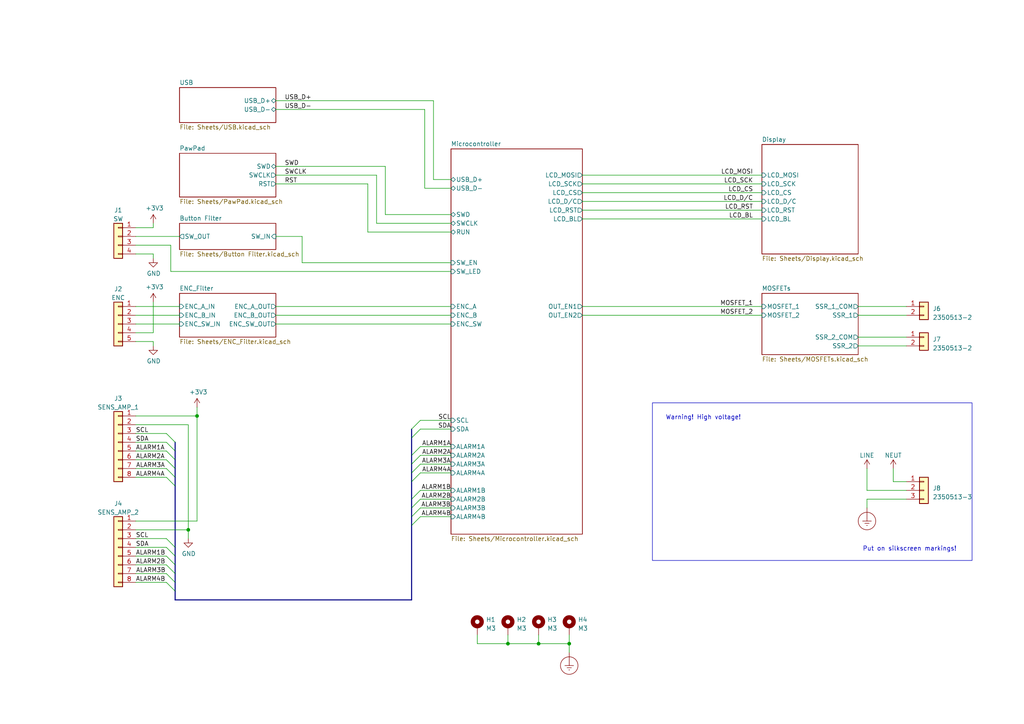
<source format=kicad_sch>
(kicad_sch (version 20230121) (generator eeschema)
  (paper "A4")
  (lib_symbols
    (symbol "Connector_Generic:Conn_01x02" (pin_names (offset 1.016) hide)
      (property "Reference" "J" (at 0 2.54 0))
      (property "Value" "Conn_01x02" (at 0 -5.08 0))
      (symbol "Conn_01x02_1_1"
        (rectangle (start -1.27 -2.413) (end 0 -2.667) (stroke (width 0.1524)))
        (rectangle (start -1.27 0.127) (end 0 -0.127) (stroke (width 0.1524)))
        (rectangle (start -1.27 1.27) (end 1.27 -3.81) (stroke (width 0.254)) (fill (type background)))
        (pin passive line (at -5.08 0 0) (length 3.81) (name "Pin_1") (number "1"))
        (pin passive line (at -5.08 -2.54 0) (length 3.81) (name "Pin_2") (number "2"))
      )
    )
    (symbol "Connector_Generic:Conn_01x03" (pin_names (offset 1.016) hide)
      (property "Reference" "J" (at 0 5.08 0))
      (property "Value" "Conn_01x03" (at 0 -5.08 0))
      (symbol "Conn_01x03_1_1"
        (rectangle (start -1.27 -2.413) (end 0 -2.667) (stroke (width 0.1524)))
        (rectangle (start -1.27 0.127) (end 0 -0.127) (stroke (width 0.1524)))
        (rectangle (start -1.27 2.667) (end 0 2.413) (stroke (width 0.1524)))
        (rectangle (start -1.27 3.81) (end 1.27 -3.81) (stroke (width 0.254)) (fill (type background)))
        (pin passive line (at -5.08 2.54 0) (length 3.81) (name "Pin_1") (number "1"))
        (pin passive line (at -5.08 0 0) (length 3.81) (name "Pin_2") (number "2"))
        (pin passive line (at -5.08 -2.54 0) (length 3.81) (name "Pin_3") (number "3"))
      )
    )
    (symbol "Connector_Generic:Conn_01x04" (pin_names (offset 1.016) hide)
      (property "Reference" "J" (at 0 5.08 0))
      (property "Value" "Conn_01x04" (at 0 -7.62 0))
      (symbol "Conn_01x04_1_1"
        (rectangle (start -1.27 -4.953) (end 0 -5.207) (stroke (width 0.1524)))
        (rectangle (start -1.27 -2.413) (end 0 -2.667) (stroke (width 0.1524)))
        (rectangle (start -1.27 0.127) (end 0 -0.127) (stroke (width 0.1524)))
        (rectangle (start -1.27 2.667) (end 0 2.413) (stroke (width 0.1524)))
        (rectangle (start -1.27 3.81) (end 1.27 -6.35) (stroke (width 0.254)) (fill (type background)))
        (pin passive line (at -5.08 2.54 0) (length 3.81) (name "Pin_1") (number "1"))
        (pin passive line (at -5.08 0 0) (length 3.81) (name "Pin_2") (number "2"))
        (pin passive line (at -5.08 -2.54 0) (length 3.81) (name "Pin_3") (number "3"))
        (pin passive line (at -5.08 -5.08 0) (length 3.81) (name "Pin_4") (number "4"))
      )
    )
    (symbol "Connector_Generic:Conn_01x05" (pin_names (offset 1.016) hide)
      (property "Reference" "J" (at 0 7.62 0))
      (property "Value" "Conn_01x05" (at 0 -7.62 0))
      (symbol "Conn_01x05_1_1"
        (rectangle (start -1.27 -4.953) (end 0 -5.207) (stroke (width 0.1524)))
        (rectangle (start -1.27 -2.413) (end 0 -2.667) (stroke (width 0.1524)))
        (rectangle (start -1.27 0.127) (end 0 -0.127) (stroke (width 0.1524)))
        (rectangle (start -1.27 2.667) (end 0 2.413) (stroke (width 0.1524)))
        (rectangle (start -1.27 5.207) (end 0 4.953) (stroke (width 0.1524)))
        (rectangle (start -1.27 6.35) (end 1.27 -6.35) (stroke (width 0.254)) (fill (type background)))
        (pin passive line (at -5.08 5.08 0) (length 3.81) (name "Pin_1") (number "1"))
        (pin passive line (at -5.08 2.54 0) (length 3.81) (name "Pin_2") (number "2"))
        (pin passive line (at -5.08 0 0) (length 3.81) (name "Pin_3") (number "3"))
        (pin passive line (at -5.08 -2.54 0) (length 3.81) (name "Pin_4") (number "4"))
        (pin passive line (at -5.08 -5.08 0) (length 3.81) (name "Pin_5") (number "5"))
      )
    )
    (symbol "Connector_Generic:Conn_01x08" (pin_names (offset 1.016) hide)
      (property "Reference" "J" (at 0 10.16 0))
      (property "Value" "Conn_01x08" (at 0 -12.7 0))
      (symbol "Conn_01x08_1_1"
        (rectangle (start -1.27 -10.033) (end 0 -10.287) (stroke (width 0.1524)))
        (rectangle (start -1.27 -7.493) (end 0 -7.747) (stroke (width 0.1524)))
        (rectangle (start -1.27 -4.953) (end 0 -5.207) (stroke (width 0.1524)))
        (rectangle (start -1.27 -2.413) (end 0 -2.667) (stroke (width 0.1524)))
        (rectangle (start -1.27 0.127) (end 0 -0.127) (stroke (width 0.1524)))
        (rectangle (start -1.27 2.667) (end 0 2.413) (stroke (width 0.1524)))
        (rectangle (start -1.27 5.207) (end 0 4.953) (stroke (width 0.1524)))
        (rectangle (start -1.27 7.747) (end 0 7.493) (stroke (width 0.1524)))
        (rectangle (start -1.27 8.89) (end 1.27 -11.43) (stroke (width 0.254)) (fill (type background)))
        (pin passive line (at -5.08 7.62 0) (length 3.81) (name "Pin_1") (number "1"))
        (pin passive line (at -5.08 5.08 0) (length 3.81) (name "Pin_2") (number "2"))
        (pin passive line (at -5.08 2.54 0) (length 3.81) (name "Pin_3") (number "3"))
        (pin passive line (at -5.08 0 0) (length 3.81) (name "Pin_4") (number "4"))
        (pin passive line (at -5.08 -2.54 0) (length 3.81) (name "Pin_5") (number "5"))
        (pin passive line (at -5.08 -5.08 0) (length 3.81) (name "Pin_6") (number "6"))
        (pin passive line (at -5.08 -7.62 0) (length 3.81) (name "Pin_7") (number "7"))
        (pin passive line (at -5.08 -10.16 0) (length 3.81) (name "Pin_8") (number "8"))
      )
    )
    (symbol "Mechanical:MountingHole_Pad" (pin_numbers hide) (pin_names (offset 1.016) hide)
      (property "Reference" "H" (at 0 6.35 0))
      (property "Value" "MountingHole_Pad" (at 0 4.445 0))
      (symbol "MountingHole_Pad_0_1"
        (circle (center 0 1.27) (radius 1.27) (stroke (width 1.27)))
      )
      (symbol "MountingHole_Pad_1_1"
        (pin input line (at 0 -2.54 90) (length 2.54) (name "1") (number "1"))
      )
    )
    (symbol "power:+3V3" (power) (pin_names (offset 0))
      (property "Value" "+3V3" (at 0 3.556 0))
      (symbol "+3V3_0_1"
        (polyline (pts (xy -0.762 1.27) (xy 0 2.54)))
        (polyline (pts (xy 0 0) (xy 0 2.54)))
        (polyline (pts (xy 0 2.54) (xy 0.762 1.27)))
      )
      (symbol "+3V3_1_1"
        (pin power_in line (at 0 0 90) (length 0) hide (name "+3V3") (number "1"))
      )
    )
    (symbol "power:Earth_Protective" (power) (pin_names (offset 0))
      (symbol "Earth_Protective_0_1"
        (circle (center 0 -3.81) (radius 2.54))
        (polyline (pts (xy -0.635 -4.445) (xy 0.635 -4.445)))
        (polyline (pts (xy -0.127 -5.08) (xy 0.127 -5.08)))
        (polyline (pts (xy 0 -3.81) (xy 0 0)))
        (polyline (pts (xy 1.27 -3.81) (xy -1.27 -3.81)))
      )
      (symbol "Earth_Protective_1_1"
        (pin power_in line (at 0 0 270) (length 0) hide (name "Earth_Protective") (number "1"))
      )
    )
    (symbol "power:GND" (power) (pin_names (offset 0))
      (property "Value" "GND" (at 0 -3.81 0))
      (symbol "GND_0_1"
        (polyline (pts (xy 0 0) (xy 0 -1.27) (xy 1.27 -1.27) (xy 0 -2.54) (xy -1.27 -1.27) (xy 0 -1.27)))
      )
      (symbol "GND_1_1"
        (pin power_in line (at 0 0 270) (length 0) hide (name "GND") (number "1"))
      )
    )
    (symbol "power:LINE" (power) (pin_names (offset 0))
      (property "Value" "LINE" (at 0 3.81 0))
      (symbol "LINE_0_1"
        (polyline (pts (xy -0.762 1.27) (xy 0 2.54)))
        (polyline (pts (xy 0 0) (xy 0 2.54)))
        (polyline (pts (xy 0 2.54) (xy 0.762 1.27)))
      )
      (symbol "LINE_1_1"
        (pin power_in line (at 0 0 90) (length 0) hide (name "LINE") (number "1"))
      )
    )
    (symbol "power:NEUT" (power) (pin_names (offset 0))
      (property "Value" "NEUT" (at 0 3.81 0))
      (symbol "NEUT_0_1"
        (polyline (pts (xy -0.762 1.27) (xy 0 2.54)))
        (polyline (pts (xy 0 0) (xy 0 2.54)))
        (polyline (pts (xy 0 2.54) (xy 0.762 1.27)))
      )
      (symbol "NEUT_1_1"
        (pin power_in line (at 0 0 90) (length 0) hide (name "NEUT") (number "1"))
      )
    )
  )
  (junction (at 57.15 120.65))
  (junction (at 165.1 186.69))
  (junction (at 147.32 186.69))
  (junction (at 156.21 186.69))
  (junction (at 54.61 153.67))
  (bus_entry (at 121.92 132.08) (size -2.54 2.54))
  (bus_entry (at 121.92 134.62) (size -2.54 2.54))
  (bus_entry (at 121.92 147.32) (size -2.54 2.54))
  (bus_entry (at 48.26 133.35) (size 2.54 2.54))
  (bus_entry (at 48.26 168.91) (size 2.54 2.54))
  (bus_entry (at 121.92 149.86) (size -2.54 2.54))
  (bus_entry (at 48.26 125.73) (size 2.54 2.54))
  (bus_entry (at 48.26 161.29) (size 2.54 2.54))
  (bus_entry (at 121.92 121.92) (size -2.54 2.54))
  (bus_entry (at 121.92 124.46) (size -2.54 2.54))
  (bus_entry (at 121.92 144.78) (size -2.54 2.54))
  (bus_entry (at 48.26 130.81) (size 2.54 2.54))
  (bus_entry (at 48.26 135.89) (size 2.54 2.54))
  (bus_entry (at 48.26 158.75) (size 2.54 2.54))
  (bus_entry (at 121.92 142.24) (size -2.54 2.54))
  (bus_entry (at 121.92 129.54) (size -2.54 2.54))
  (bus_entry (at 48.26 128.27) (size 2.54 2.54))
  (bus_entry (at 48.26 156.21) (size 2.54 2.54))
  (bus_entry (at 48.26 163.83) (size 2.54 2.54))
  (bus_entry (at 48.26 138.43) (size 2.54 2.54))
  (bus_entry (at 121.92 137.16) (size -2.54 2.54))
  (bus_entry (at 48.26 166.37) (size 2.54 2.54))
  (wire (pts (xy 39.37 88.9) (xy 52.07 88.9)))
  (bus (pts (xy 50.8 138.43) (xy 50.8 140.97)))
  (wire (pts (xy 168.91 60.96) (xy 220.98 60.96)))
  (wire (pts (xy 165.1 189.23) (xy 165.1 186.69)))
  (wire (pts (xy 80.01 91.44) (xy 130.81 91.44)))
  (bus (pts (xy 50.8 161.29) (xy 50.8 163.83)))
  (wire (pts (xy 248.92 88.9) (xy 262.89 88.9)))
  (wire (pts (xy 123.19 54.61) (xy 130.81 54.61)))
  (wire (pts (xy 80.01 88.9) (xy 130.81 88.9)))
  (wire (pts (xy 109.22 64.77) (xy 109.22 50.8)))
  (wire (pts (xy 87.63 76.2) (xy 87.63 68.58)))
  (bus (pts (xy 119.38 147.32) (xy 119.38 149.86)))
  (wire (pts (xy 130.81 142.24) (xy 121.92 142.24)))
  (wire (pts (xy 39.37 166.37) (xy 48.26 166.37)))
  (bus (pts (xy 119.38 137.16) (xy 119.38 139.7)))
  (bus (pts (xy 119.38 124.46) (xy 119.38 127)))
  (bus (pts (xy 50.8 163.83) (xy 50.8 166.37)))
  (wire (pts (xy 168.91 88.9) (xy 220.98 88.9)))
  (wire (pts (xy 165.1 186.69) (xy 156.21 186.69)))
  (wire (pts (xy 130.81 62.23) (xy 111.76 62.23)))
  (bus (pts (xy 50.8 128.27) (xy 50.8 130.81)))
  (wire (pts (xy 80.01 31.75) (xy 123.19 31.75)))
  (wire (pts (xy 130.81 129.54) (xy 121.92 129.54)))
  (wire (pts (xy 54.61 123.19) (xy 54.61 153.67)))
  (wire (pts (xy 123.19 31.75) (xy 123.19 54.61)))
  (wire (pts (xy 251.46 144.78) (xy 262.89 144.78)))
  (wire (pts (xy 44.45 96.52) (xy 39.37 96.52)))
  (wire (pts (xy 130.81 121.92) (xy 121.92 121.92)))
  (bus (pts (xy 119.38 132.08) (xy 119.38 134.62)))
  (wire (pts (xy 251.46 147.32) (xy 251.46 144.78)))
  (wire (pts (xy 49.53 71.12) (xy 49.53 78.74)))
  (bus (pts (xy 50.8 166.37) (xy 50.8 168.91)))
  (wire (pts (xy 80.01 68.58) (xy 87.63 68.58)))
  (bus (pts (xy 119.38 173.99) (xy 119.38 152.4)))
  (wire (pts (xy 80.01 50.8) (xy 109.22 50.8)))
  (bus (pts (xy 50.8 168.91) (xy 50.8 171.45)))
  (wire (pts (xy 44.45 74.93) (xy 44.45 73.66)))
  (wire (pts (xy 80.01 53.34) (xy 106.68 53.34)))
  (wire (pts (xy 106.68 67.31) (xy 106.68 53.34)))
  (wire (pts (xy 130.81 144.78) (xy 121.92 144.78)))
  (wire (pts (xy 80.01 29.21) (xy 125.73 29.21)))
  (bus (pts (xy 50.8 130.81) (xy 50.8 133.35)))
  (wire (pts (xy 39.37 151.13) (xy 57.15 151.13)))
  (wire (pts (xy 39.37 168.91) (xy 48.26 168.91)))
  (wire (pts (xy 168.91 63.5) (xy 220.98 63.5)))
  (bus (pts (xy 50.8 133.35) (xy 50.8 135.89)))
  (wire (pts (xy 39.37 71.12) (xy 49.53 71.12)))
  (wire (pts (xy 39.37 125.73) (xy 48.26 125.73)))
  (wire (pts (xy 39.37 156.21) (xy 48.26 156.21)))
  (wire (pts (xy 39.37 161.29) (xy 48.26 161.29)))
  (wire (pts (xy 39.37 153.67) (xy 54.61 153.67)))
  (wire (pts (xy 39.37 123.19) (xy 54.61 123.19)))
  (wire (pts (xy 54.61 153.67) (xy 54.61 156.21)))
  (wire (pts (xy 57.15 120.65) (xy 57.15 151.13)))
  (bus (pts (xy 119.38 144.78) (xy 119.38 147.32)))
  (wire (pts (xy 44.45 73.66) (xy 39.37 73.66)))
  (wire (pts (xy 111.76 62.23) (xy 111.76 48.26)))
  (wire (pts (xy 130.81 134.62) (xy 121.92 134.62)))
  (wire (pts (xy 262.89 139.7) (xy 259.08 139.7)))
  (bus (pts (xy 50.8 173.99) (xy 119.38 173.99)))
  (wire (pts (xy 39.37 91.44) (xy 52.07 91.44)))
  (wire (pts (xy 147.32 184.15) (xy 147.32 186.69)))
  (wire (pts (xy 44.45 64.77) (xy 44.45 66.04)))
  (bus (pts (xy 50.8 135.89) (xy 50.8 138.43)))
  (wire (pts (xy 130.81 124.46) (xy 121.92 124.46)))
  (wire (pts (xy 138.43 186.69) (xy 138.43 184.15)))
  (wire (pts (xy 39.37 68.58) (xy 52.07 68.58)))
  (wire (pts (xy 80.01 48.26) (xy 111.76 48.26)))
  (bus (pts (xy 119.38 149.86) (xy 119.38 152.4)))
  (wire (pts (xy 130.81 147.32) (xy 121.92 147.32)))
  (wire (pts (xy 248.92 97.79) (xy 262.89 97.79)))
  (wire (pts (xy 80.01 93.98) (xy 130.81 93.98)))
  (wire (pts (xy 147.32 186.69) (xy 138.43 186.69)))
  (wire (pts (xy 130.81 67.31) (xy 106.68 67.31)))
  (wire (pts (xy 130.81 52.07) (xy 125.73 52.07)))
  (wire (pts (xy 165.1 184.15) (xy 165.1 186.69)))
  (wire (pts (xy 168.91 55.88) (xy 220.98 55.88)))
  (wire (pts (xy 248.92 100.33) (xy 262.89 100.33)))
  (wire (pts (xy 57.15 118.11) (xy 57.15 120.65)))
  (wire (pts (xy 44.45 87.63) (xy 44.45 96.52)))
  (wire (pts (xy 39.37 138.43) (xy 48.26 138.43)))
  (wire (pts (xy 130.81 132.08) (xy 121.92 132.08)))
  (bus (pts (xy 119.38 127) (xy 119.38 132.08)))
  (wire (pts (xy 168.91 58.42) (xy 220.98 58.42)))
  (wire (pts (xy 39.37 120.65) (xy 57.15 120.65)))
  (wire (pts (xy 168.91 53.34) (xy 220.98 53.34)))
  (bus (pts (xy 50.8 171.45) (xy 50.8 173.99)))
  (wire (pts (xy 39.37 93.98) (xy 52.07 93.98)))
  (wire (pts (xy 251.46 142.24) (xy 251.46 135.89)))
  (wire (pts (xy 156.21 184.15) (xy 156.21 186.69)))
  (bus (pts (xy 50.8 158.75) (xy 50.8 161.29)))
  (wire (pts (xy 39.37 133.35) (xy 48.26 133.35)))
  (wire (pts (xy 39.37 128.27) (xy 48.26 128.27)))
  (wire (pts (xy 49.53 78.74) (xy 130.81 78.74)))
  (wire (pts (xy 44.45 99.06) (xy 44.45 100.33)))
  (wire (pts (xy 156.21 186.69) (xy 147.32 186.69)))
  (wire (pts (xy 259.08 139.7) (xy 259.08 135.89)))
  (wire (pts (xy 44.45 66.04) (xy 39.37 66.04)))
  (wire (pts (xy 39.37 163.83) (xy 48.26 163.83)))
  (wire (pts (xy 262.89 142.24) (xy 251.46 142.24)))
  (wire (pts (xy 168.91 50.8) (xy 220.98 50.8)))
  (wire (pts (xy 39.37 99.06) (xy 44.45 99.06)))
  (wire (pts (xy 130.81 137.16) (xy 121.92 137.16)))
  (bus (pts (xy 119.38 139.7) (xy 119.38 144.78)))
  (bus (pts (xy 50.8 140.97) (xy 50.8 158.75)))
  (wire (pts (xy 39.37 130.81) (xy 48.26 130.81)))
  (wire (pts (xy 39.37 135.89) (xy 48.26 135.89)))
  (bus (pts (xy 119.38 134.62) (xy 119.38 137.16)))
  (wire (pts (xy 130.81 149.86) (xy 121.92 149.86)))
  (wire (pts (xy 39.37 158.75) (xy 48.26 158.75)))
  (wire (pts (xy 130.81 64.77) (xy 109.22 64.77)))
  (wire (pts (xy 248.92 91.44) (xy 262.89 91.44)))
  (wire (pts (xy 168.91 91.44) (xy 220.98 91.44)))
  (wire (pts (xy 125.73 52.07) (xy 125.73 29.21)))
  (wire (pts (xy 130.81 76.2) (xy 87.63 76.2)))
  (rectangle (start 189.23 116.84) (end 281.94 162.56))
  (text "Put on silkscreen markings!" (at 250.19 160.02 0) (effects (font (size 1.27 1.27)) (justify left bottom)))
  (text "Warning! High voltage!" (at 193.04 121.92 0) (effects (font (size 1.27 1.27)) (justify left bottom)))
  (label "SDA" (at 39.37 128.27 0))
  (label "ALARM3A" (at 39.4305 135.89 0))
  (label "SCL" (at 130.81 121.92 180))
  (label "ALARM1A" (at 39.37 130.81 0))
  (label "ALARM2B" (at 130.81 144.78 180))
  (label "SCL" (at 39.37 156.21 0))
  (label "ALARM3B" (at 39.4305 166.37 0))
  (label "LCD_MOSI" (at 218.44 50.8 180))
  (label "LCD_SCK" (at 218.44 53.34 180))
  (label "ALARM3A" (at 130.7495 134.62 180))
  (label "LCD_D{slash}C" (at 218.44 58.42 180))
  (label "ALARM4B" (at 130.81 149.86 180))
  (label "SDA" (at 130.81 124.46 180))
  (label "MOSFET_1" (at 218.44 88.9 180))
  (label "SWD" (at 82.55 48.26 0))
  (label "LCD_CS" (at 218.44 55.88 180))
  (label "ALARM2B" (at 39.37 163.83 0))
  (label "SCL" (at 39.37 125.73 0))
  (label "RST" (at 82.55 53.34 0))
  (label "SWCLK" (at 82.55 50.8 0))
  (label "USB_D-" (at 82.55 31.75 0))
  (label "ALARM2A" (at 130.81 132.08 180))
  (label "ALARM1A" (at 130.81 129.54 180))
  (label "ALARM1B" (at 39.37 161.29 0))
  (label "ALARM1B" (at 130.81 142.24 180))
  (label "ALARM3B" (at 130.7495 147.32 180))
  (label "ALARM4B" (at 39.37 168.91 0))
  (label "ALARM4A" (at 130.81 137.16 180))
  (label "SDA" (at 39.37 158.75 0))
  (label "USB_D+" (at 82.55 29.21 0))
  (label "ALARM2A" (at 39.37 133.35 0))
  (label "LCD_RST" (at 218.44 60.96 180))
  (label "ALARM4A" (at 39.37 138.43 0))
  (label "LCD_BL" (at 218.44 63.5 180))
  (label "MOSFET_2" (at 218.44 91.44 180))
  (symbol (lib_id "Connector_Generic:Conn_01x04") (at 34.29 68.58 0) (mirror y) (unit 1)
    (property "Reference" "J1" (at 34.29 60.96 0))
    (property "Value" "SW" (at 34.29 63.5 0))
  )
  (symbol (lib_id "Mechanical:MountingHole_Pad") (at 156.21 181.61 0) (unit 1)
    (property "Reference" "H3" (at 158.75 179.705 0) (effects (justify left)))
    (property "Value" "M3" (at 158.75 182.245 0) (effects (justify left)))
  )
  (symbol (lib_id "Connector_Generic:Conn_01x05") (at 34.29 93.98 0) (mirror y) (unit 1)
    (property "Reference" "J2" (at 34.29 83.82 0))
    (property "Value" "ENC" (at 34.29 86.36 0))
  )
  (symbol (lib_id "Mechanical:MountingHole_Pad") (at 147.32 181.61 0) (unit 1)
    (property "Reference" "H2" (at 149.86 179.705 0) (effects (justify left)))
    (property "Value" "M3" (at 149.86 182.245 0) (effects (justify left)))
  )
  (symbol (lib_id "power:NEUT") (at 259.08 135.89 0) (unit 1)
    (property "Reference" "#PWR049" (effects hide))
    (property "Value" "NEUT" (at 259.08 132.08 0))
  )
  (symbol (lib_id "Connector_Generic:Conn_01x08") (at 34.29 158.75 0) (mirror y) (unit 1)
    (property "Reference" "J4" (at 34.29 146.05 0))
    (property "Value" "SENS_AMP_2" (at 34.29 148.59 0))
  )
  (symbol (lib_id "Connector_Generic:Conn_01x03") (at 267.97 142.24 0) (unit 1)
    (property "Reference" "J8" (at 270.51 141.605 0) (effects (justify left)))
    (property "Value" "2350513-3" (at 270.51 144.145 0) (effects (justify left)))
  )
  (symbol (lib_id "Connector_Generic:Conn_01x02") (at 267.97 97.79 0) (unit 1)
    (property "Reference" "J7" (at 270.51 98.425 0) (effects (justify left)))
    (property "Value" "2350513-2" (at 270.51 100.965 0) (effects (justify left)))
  )
  (symbol (lib_id "power:GND") (at 54.61 156.21 0) (unit 1)
    (property "Reference" "#PWR05" (effects hide))
    (property "Value" "GND" (at 54.737 160.6042 0))
  )
  (symbol (lib_id "power:+3V3") (at 44.45 64.77 0) (unit 1)
    (property "Reference" "#PWR01" (effects hide))
    (property "Value" "+3V3" (at 44.831 60.3758 0))
  )
  (symbol (lib_id "Mechanical:MountingHole_Pad") (at 138.43 181.61 0) (unit 1)
    (property "Reference" "H1" (at 140.97 179.705 0) (effects (justify left)))
    (property "Value" "M3" (at 140.97 182.245 0) (effects (justify left)))
  )
  (symbol (lib_id "power:+3V3") (at 44.45 87.63 0) (unit 1)
    (property "Reference" "#PWR03" (effects hide))
    (property "Value" "+3V3" (at 44.831 83.2358 0))
  )
  (symbol (lib_id "power:GND") (at 44.45 100.33 0) (unit 1)
    (property "Reference" "#PWR04" (effects hide))
    (property "Value" "GND" (at 44.577 104.7242 0))
  )
  (symbol (lib_id "power:+3V3") (at 57.15 118.11 0) (unit 1)
    (property "Reference" "#PWR06" (effects hide))
    (property "Value" "+3V3" (at 57.531 113.7158 0))
  )
  (symbol (lib_id "power:Earth_Protective") (at 165.1 189.23 0) (unit 1)
    (property "Reference" "#PWR051" (effects hide))
    (property "Value" "Earth_Protective" (effects hide))
  )
  (symbol (lib_id "power:LINE") (at 251.46 135.89 0) (unit 1)
    (property "Reference" "#PWR048" (effects hide))
    (property "Value" "LINE" (at 251.46 132.08 0))
  )
  (symbol (lib_id "Connector_Generic:Conn_01x08") (at 34.29 128.27 0) (mirror y) (unit 1)
    (property "Reference" "J3" (at 34.29 115.57 0))
    (property "Value" "SENS_AMP_1" (at 34.29 118.11 0))
  )
  (symbol (lib_id "power:Earth_Protective") (at 251.46 147.32 0) (unit 1)
    (property "Reference" "#PWR047" (effects hide))
    (property "Value" "Earth_Protective" (effects hide))
  )
  (symbol (lib_id "power:GND") (at 44.45 74.93 0) (unit 1)
    (property "Reference" "#PWR02" (effects hide))
    (property "Value" "GND" (at 44.577 79.3242 0))
  )
  (symbol (lib_id "Connector_Generic:Conn_01x02") (at 267.97 88.9 0) (unit 1)
    (property "Reference" "J6" (at 270.51 89.535 0) (effects (justify left)))
    (property "Value" "2350513-2" (at 270.51 92.075 0) (effects (justify left)))
  )
  (symbol (lib_id "Mechanical:MountingHole_Pad") (at 165.1 181.61 0) (unit 1)
    (property "Reference" "H4" (at 167.64 179.705 0) (effects (justify left)))
    (property "Value" "M3" (at 167.64 182.245 0) (effects (justify left)))
  )
  (sheet (at 52.07 85.09) (size 27.94 12.7) (stroke (width 0.1524))
    (property "Sheetname" "ENC_Filter" (at 52.07 84.3784 0) (effects (justify left bottom)))
    (property "Sheetfile" "Sheets/ENC_Filter.kicad_sch" (at 52.07 98.3746 0) (effects (justify left top)))
    (pin "ENC_SW_OUT" output (at 80.01 93.98 0))
    (pin "ENC_B_OUT" output (at 80.01 91.44 0))
    (pin "ENC_A_OUT" output (at 80.01 88.9 0))
    (pin "ENC_B_IN" input (at 52.07 91.44 180))
    (pin "ENC_SW_IN" input (at 52.07 93.98 180))
    (pin "ENC_A_IN" input (at 52.07 88.9 180))
  )
  (sheet (at 52.07 25.4) (size 27.94 10.16) (stroke (width 0.1524))
    (property "Sheetname" "USB" (at 52.07 24.6884 0) (effects (justify left bottom)))
    (property "Sheetfile" "Sheets/USB.kicad_sch" (at 52.07 36.1446 0) (effects (justify left top)))
    (pin "USB_D-" bidirectional (at 80.01 31.75 0))
    (pin "USB_D+" bidirectional (at 80.01 29.21 0))
  )
  (sheet (at 220.98 41.91) (size 27.94 31.75) (stroke (width 0.1524))
    (property "Sheetname" "Display" (at 220.98 41.1984 0) (effects (justify left bottom)))
    (property "Sheetfile" "Sheets/Display.kicad_sch" (at 220.98 74.2446 0) (effects (justify left top)))
    (pin "LCD_BL" input (at 220.98 63.5 180))
    (pin "LCD_RST" input (at 220.98 60.96 180))
    (pin "LCD_MOSI" input (at 220.98 50.8 180))
    (pin "LCD_SCK" input (at 220.98 53.34 180))
    (pin "LCD_CS" input (at 220.98 55.88 180))
    (pin "LCD_D{slash}C" input (at 220.98 58.42 180))
  )
  (sheet (at 220.98 85.09) (size 27.94 17.78) (stroke (width 0.1524))
    (property "Sheetname" "MOSFETs" (at 220.98 84.3784 0) (effects (justify left bottom)))
    (property "Sheetfile" "Sheets/MOSFETs.kicad_sch" (at 220.98 103.4546 0) (effects (justify left top)))
    (pin "MOSFET_1" input (at 220.98 88.9 180))
    (pin "MOSFET_2" input (at 220.98 91.44 180))
    (pin "SSR_1" output (at 248.92 91.44 0))
    (pin "SSR_2" output (at 248.92 100.33 0))
    (pin "SSR_1_COM" output (at 248.92 88.9 0))
    (pin "SSR_2_COM" output (at 248.92 97.79 0))
  )
  (sheet (at 130.81 43.18) (size 38.1 111.76) (stroke (width 0.1524))
    (property "Sheetname" "Microcontroller" (at 130.81 42.4684 0) (effects (justify left bottom)))
    (property "Sheetfile" "Sheets/Microcontroller.kicad_sch" (at 130.81 155.5246 0) (effects (justify left top)))
    (pin "RUN" bidirectional (at 130.81 67.31 180))
    (pin "ENC_A" input (at 130.81 88.9 180))
    (pin "SW_EN" input (at 130.81 76.2 180))
    (pin "ENC_B" input (at 130.81 91.44 180))
    (pin "SWD" bidirectional (at 130.81 62.23 180))
    (pin "SWCLK" bidirectional (at 130.81 64.77 180))
    (pin "USB_D+" bidirectional (at 130.81 52.07 180))
    (pin "USB_D-" bidirectional (at 130.81 54.61 180))
    (pin "LCD_RST" output (at 168.91 60.96 0))
    (pin "LCD_SCK" output (at 168.91 53.34 0))
    (pin "LCD_MOSI" output (at 168.91 50.8 0))
    (pin "LCD_D{slash}C" output (at 168.91 58.42 0))
    (pin "LCD_CS" output (at 168.91 55.88 0))
    (pin "LCD_BL" output (at 168.91 63.5 0))
    (pin "SW_LED" input (at 130.81 78.74 180))
    (pin "ENC_SW" input (at 130.81 93.98 180))
    (pin "OUT_EN1" output (at 168.91 88.9 0))
    (pin "OUT_EN2" output (at 168.91 91.44 0))
    (pin "ALARM3A" input (at 130.81 134.62 180))
    (pin "ALARM4A" input (at 130.81 137.16 180))
    (pin "ALARM1A" input (at 130.81 129.54 180))
    (pin "SCL" input (at 130.81 121.92 180))
    (pin "ALARM2A" input (at 130.81 132.08 180))
    (pin "SDA" input (at 130.81 124.46 180))
    (pin "ALARM1B" input (at 130.81 142.24 180))
    (pin "ALARM3B" input (at 130.81 147.32 180))
    (pin "ALARM2B" input (at 130.81 144.78 180))
    (pin "ALARM4B" input (at 130.81 149.86 180))
  )
  (sheet (at 52.07 64.77) (size 27.94 7.62) (stroke (width 0.1524))
    (property "Sheetname" "Button Filter" (at 52.07 64.0584 0) (effects (justify left bottom)))
    (property "Sheetfile" "Sheets/Button Filter.kicad_sch" (at 52.07 72.9746 0) (effects (justify left top)))
    (pin "SW_OUT" output (at 52.07 68.58 180))
    (pin "SW_IN" input (at 80.01 68.58 0))
  )
  (sheet (at 52.07 44.45) (size 27.94 12.7) (stroke (width 0.1524))
    (property "Sheetname" "PawPad" (at 52.07 43.7384 0) (effects (justify left bottom)))
    (property "Sheetfile" "Sheets/PawPad.kicad_sch" (at 52.07 57.7346 0) (effects (justify left top)))
    (pin "SWD" bidirectional (at 80.01 48.26 0))
    (pin "SWCLK" output (at 80.01 50.8 0))
    (pin "RST" output (at 80.01 53.34 0))
  )
)
</source>
